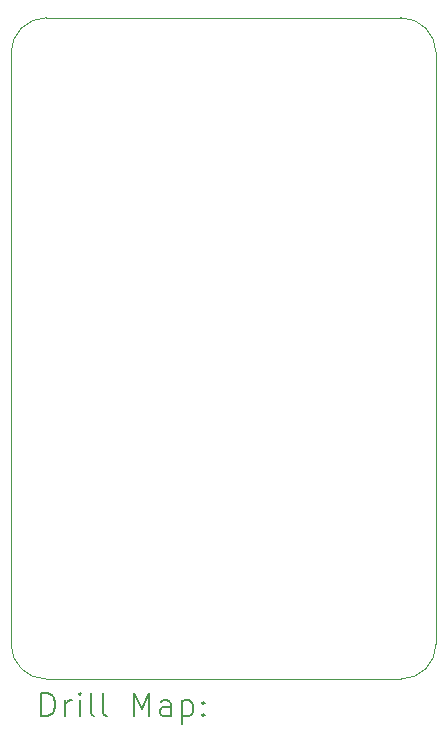
<source format=gbr>
%TF.GenerationSoftware,KiCad,Pcbnew,8.0.7*%
%TF.CreationDate,2025-01-15T11:33:52+05:30*%
%TF.ProjectId,STHDAQ_B1,53544844-4151-45f4-9231-2e6b69636164,rev?*%
%TF.SameCoordinates,Original*%
%TF.FileFunction,Drillmap*%
%TF.FilePolarity,Positive*%
%FSLAX45Y45*%
G04 Gerber Fmt 4.5, Leading zero omitted, Abs format (unit mm)*
G04 Created by KiCad (PCBNEW 8.0.7) date 2025-01-15 11:33:52*
%MOMM*%
%LPD*%
G01*
G04 APERTURE LIST*
%ADD10C,0.050000*%
%ADD11C,0.200000*%
G04 APERTURE END LIST*
D10*
X17003000Y-5050500D02*
G75*
G02*
X17303000Y-5350500I0J-300000D01*
G01*
X17003000Y-10650500D02*
X14003000Y-10650500D01*
X14003000Y-10650500D02*
G75*
G02*
X13703000Y-10350500I0J300000D01*
G01*
X17303000Y-5350500D02*
X17303000Y-10350500D01*
X17303000Y-10350500D02*
G75*
G02*
X17003000Y-10650500I-300000J0D01*
G01*
X13703000Y-10350500D02*
X13703000Y-5350500D01*
X14003000Y-5050500D02*
X17003000Y-5050500D01*
X13703000Y-5350500D02*
G75*
G02*
X14003000Y-5050500I300000J0D01*
G01*
D11*
X13961277Y-10964484D02*
X13961277Y-10764484D01*
X13961277Y-10764484D02*
X14008896Y-10764484D01*
X14008896Y-10764484D02*
X14037467Y-10774008D01*
X14037467Y-10774008D02*
X14056515Y-10793055D01*
X14056515Y-10793055D02*
X14066039Y-10812103D01*
X14066039Y-10812103D02*
X14075562Y-10850198D01*
X14075562Y-10850198D02*
X14075562Y-10878770D01*
X14075562Y-10878770D02*
X14066039Y-10916865D01*
X14066039Y-10916865D02*
X14056515Y-10935912D01*
X14056515Y-10935912D02*
X14037467Y-10954960D01*
X14037467Y-10954960D02*
X14008896Y-10964484D01*
X14008896Y-10964484D02*
X13961277Y-10964484D01*
X14161277Y-10964484D02*
X14161277Y-10831150D01*
X14161277Y-10869246D02*
X14170801Y-10850198D01*
X14170801Y-10850198D02*
X14180324Y-10840674D01*
X14180324Y-10840674D02*
X14199372Y-10831150D01*
X14199372Y-10831150D02*
X14218420Y-10831150D01*
X14285086Y-10964484D02*
X14285086Y-10831150D01*
X14285086Y-10764484D02*
X14275562Y-10774008D01*
X14275562Y-10774008D02*
X14285086Y-10783531D01*
X14285086Y-10783531D02*
X14294610Y-10774008D01*
X14294610Y-10774008D02*
X14285086Y-10764484D01*
X14285086Y-10764484D02*
X14285086Y-10783531D01*
X14408896Y-10964484D02*
X14389848Y-10954960D01*
X14389848Y-10954960D02*
X14380324Y-10935912D01*
X14380324Y-10935912D02*
X14380324Y-10764484D01*
X14513658Y-10964484D02*
X14494610Y-10954960D01*
X14494610Y-10954960D02*
X14485086Y-10935912D01*
X14485086Y-10935912D02*
X14485086Y-10764484D01*
X14742229Y-10964484D02*
X14742229Y-10764484D01*
X14742229Y-10764484D02*
X14808896Y-10907341D01*
X14808896Y-10907341D02*
X14875562Y-10764484D01*
X14875562Y-10764484D02*
X14875562Y-10964484D01*
X15056515Y-10964484D02*
X15056515Y-10859722D01*
X15056515Y-10859722D02*
X15046991Y-10840674D01*
X15046991Y-10840674D02*
X15027943Y-10831150D01*
X15027943Y-10831150D02*
X14989848Y-10831150D01*
X14989848Y-10831150D02*
X14970801Y-10840674D01*
X15056515Y-10954960D02*
X15037467Y-10964484D01*
X15037467Y-10964484D02*
X14989848Y-10964484D01*
X14989848Y-10964484D02*
X14970801Y-10954960D01*
X14970801Y-10954960D02*
X14961277Y-10935912D01*
X14961277Y-10935912D02*
X14961277Y-10916865D01*
X14961277Y-10916865D02*
X14970801Y-10897817D01*
X14970801Y-10897817D02*
X14989848Y-10888293D01*
X14989848Y-10888293D02*
X15037467Y-10888293D01*
X15037467Y-10888293D02*
X15056515Y-10878770D01*
X15151753Y-10831150D02*
X15151753Y-11031150D01*
X15151753Y-10840674D02*
X15170801Y-10831150D01*
X15170801Y-10831150D02*
X15208896Y-10831150D01*
X15208896Y-10831150D02*
X15227943Y-10840674D01*
X15227943Y-10840674D02*
X15237467Y-10850198D01*
X15237467Y-10850198D02*
X15246991Y-10869246D01*
X15246991Y-10869246D02*
X15246991Y-10926389D01*
X15246991Y-10926389D02*
X15237467Y-10945436D01*
X15237467Y-10945436D02*
X15227943Y-10954960D01*
X15227943Y-10954960D02*
X15208896Y-10964484D01*
X15208896Y-10964484D02*
X15170801Y-10964484D01*
X15170801Y-10964484D02*
X15151753Y-10954960D01*
X15332705Y-10945436D02*
X15342229Y-10954960D01*
X15342229Y-10954960D02*
X15332705Y-10964484D01*
X15332705Y-10964484D02*
X15323182Y-10954960D01*
X15323182Y-10954960D02*
X15332705Y-10945436D01*
X15332705Y-10945436D02*
X15332705Y-10964484D01*
X15332705Y-10840674D02*
X15342229Y-10850198D01*
X15342229Y-10850198D02*
X15332705Y-10859722D01*
X15332705Y-10859722D02*
X15323182Y-10850198D01*
X15323182Y-10850198D02*
X15332705Y-10840674D01*
X15332705Y-10840674D02*
X15332705Y-10859722D01*
M02*

</source>
